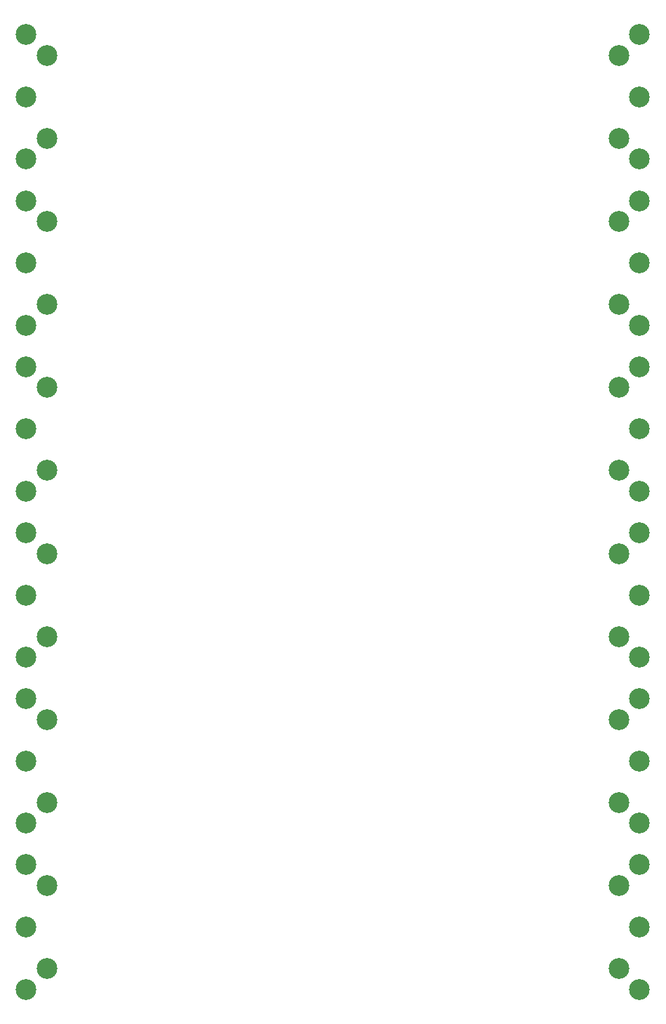
<source format=gbr>
%TF.GenerationSoftware,KiCad,Pcbnew,(6.0.5)*%
%TF.CreationDate,2022-08-17T09:38:04+01:00*%
%TF.ProjectId,PicoMIDIRouter,5069636f-4d49-4444-9952-6f757465722e,rev?*%
%TF.SameCoordinates,Original*%
%TF.FileFunction,Legend,Bot*%
%TF.FilePolarity,Positive*%
%FSLAX46Y46*%
G04 Gerber Fmt 4.6, Leading zero omitted, Abs format (unit mm)*
G04 Created by KiCad (PCBNEW (6.0.5)) date 2022-08-17 09:38:04*
%MOMM*%
%LPD*%
G01*
G04 APERTURE LIST*
%ADD10C,2.499360*%
G04 APERTURE END LIST*
D10*
%TO.C,J12*%
X137002800Y-142501920D03*
X137000260Y-150000000D03*
X137002800Y-157498080D03*
X134500900Y-145003820D03*
X134500900Y-154996180D03*
%TD*%
%TO.C,J1*%
X62997200Y-57498080D03*
X62999740Y-50000000D03*
X62997200Y-42501920D03*
X65499100Y-54996180D03*
X65499100Y-45003820D03*
%TD*%
%TO.C,J11*%
X137002800Y-122501920D03*
X137000260Y-130000000D03*
X137002800Y-137498080D03*
X134500900Y-125003820D03*
X134500900Y-134996180D03*
%TD*%
%TO.C,J7*%
X137002800Y-102501920D03*
X137000260Y-110000000D03*
X137002800Y-117498080D03*
X134500900Y-105003820D03*
X134500900Y-114996180D03*
%TD*%
%TO.C,J6*%
X137002800Y-82501920D03*
X137000260Y-90000000D03*
X137002800Y-97498080D03*
X134500900Y-85003820D03*
X134500900Y-94996180D03*
%TD*%
%TO.C,J8*%
X62997200Y-117498080D03*
X62999740Y-110000000D03*
X62997200Y-102501920D03*
X65499100Y-114996180D03*
X65499100Y-105003820D03*
%TD*%
%TO.C,J2*%
X62997200Y-77498080D03*
X62999740Y-70000000D03*
X62997200Y-62501920D03*
X65499100Y-74996180D03*
X65499100Y-65003820D03*
%TD*%
%TO.C,J3*%
X62997200Y-97498080D03*
X62999740Y-90000000D03*
X62997200Y-82501920D03*
X65499100Y-94996180D03*
X65499100Y-85003820D03*
%TD*%
%TO.C,J9*%
X62997200Y-137498080D03*
X62999740Y-130000000D03*
X62997200Y-122501920D03*
X65499100Y-134996180D03*
X65499100Y-125003820D03*
%TD*%
%TO.C,J4*%
X137002800Y-42501920D03*
X137000260Y-50000000D03*
X137002800Y-57498080D03*
X134500900Y-45003820D03*
X134500900Y-54996180D03*
%TD*%
%TO.C,J10*%
X62997200Y-157498080D03*
X62999740Y-150000000D03*
X62997200Y-142501920D03*
X65499100Y-154996180D03*
X65499100Y-145003820D03*
%TD*%
%TO.C,J5*%
X137002800Y-62501920D03*
X137000260Y-70000000D03*
X137002800Y-77498080D03*
X134500900Y-65003820D03*
X134500900Y-74996180D03*
%TD*%
M02*

</source>
